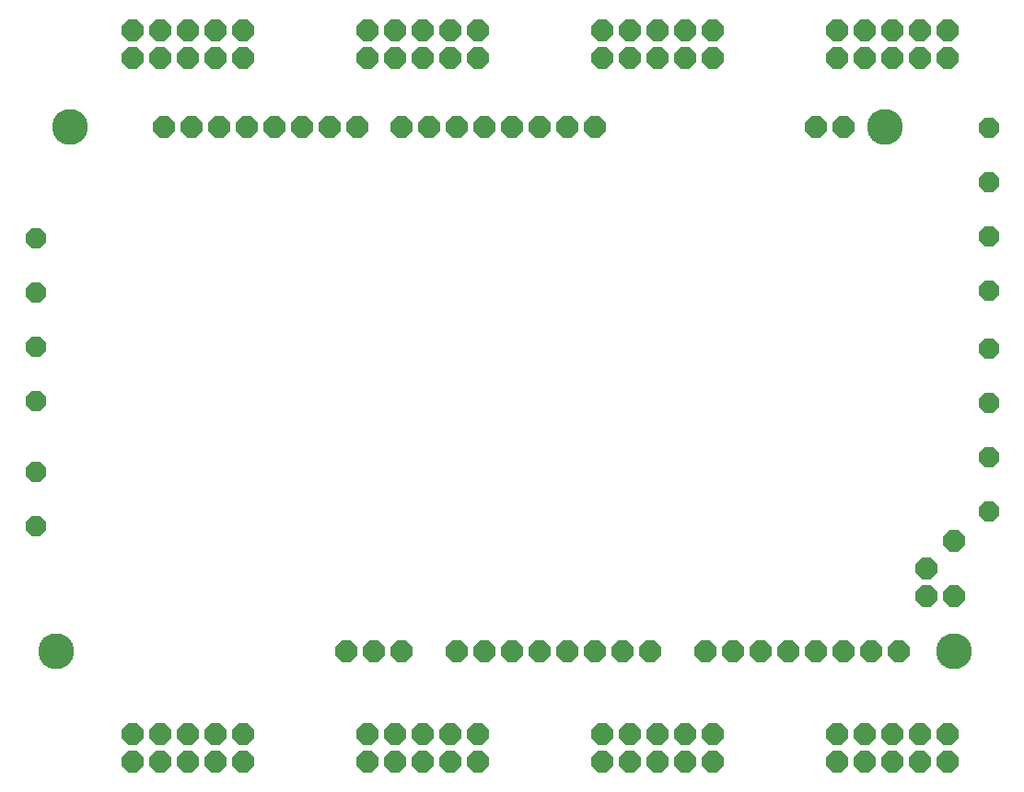
<source format=gbs>
G04 EAGLE Gerber X2 export*
%TF.Part,Single*%
%TF.FileFunction,Other,Bottom Soldermask*%
%TF.FilePolarity,Positive*%
%TF.GenerationSoftware,Autodesk,EAGLE,8.7.1*%
%TF.CreationDate,2018-04-05T20:24:52Z*%
G75*
%MOMM*%
%FSLAX34Y34*%
%LPD*%
%AMOC8*
5,1,8,0,0,1.08239X$1,22.5*%
G01*
%ADD10P,2.144431X8X112.500000*%
%ADD11C,3.301600*%
%ADD12P,2.048207X8X202.500000*%
%ADD13P,2.048207X8X22.500000*%
%ADD14P,2.144431X8X22.500000*%
%ADD15P,2.144431X8X202.500000*%


D10*
X704850Y139700D03*
X730250Y139700D03*
X755650Y139700D03*
X781050Y139700D03*
X806450Y139700D03*
X831850Y139700D03*
X857250Y139700D03*
X679450Y139700D03*
X781050Y622300D03*
X806450Y622300D03*
X476250Y139700D03*
X501650Y139700D03*
X527050Y139700D03*
X552450Y139700D03*
X577850Y139700D03*
X603250Y139700D03*
X628650Y139700D03*
X450850Y139700D03*
X425450Y622300D03*
X450850Y622300D03*
X476250Y622300D03*
X501650Y622300D03*
X527050Y622300D03*
X552450Y622300D03*
X577850Y622300D03*
X400050Y622300D03*
X207010Y622300D03*
X232410Y622300D03*
X257810Y622300D03*
X283210Y622300D03*
X308610Y622300D03*
X334010Y622300D03*
X359410Y622300D03*
X181610Y622300D03*
X882650Y215900D03*
X908050Y241300D03*
X882650Y190500D03*
X908050Y190500D03*
X349250Y139700D03*
X374650Y139700D03*
X400050Y139700D03*
D11*
X95250Y622300D03*
X82550Y139700D03*
X844550Y622300D03*
X908050Y139700D03*
D12*
X939800Y471100D03*
X939800Y521100D03*
X939800Y571100D03*
X939800Y621100D03*
X939800Y267900D03*
X939800Y317900D03*
X939800Y367900D03*
X939800Y417900D03*
D13*
X63500Y519500D03*
X63500Y469500D03*
X63500Y419500D03*
X63500Y369500D03*
D14*
X800100Y685800D03*
X800100Y711200D03*
X825500Y685800D03*
X825500Y711200D03*
X850900Y685800D03*
X850900Y711200D03*
X876300Y685800D03*
X876300Y711200D03*
X901700Y685800D03*
X901700Y711200D03*
D15*
X901700Y63500D03*
X901700Y38100D03*
X876300Y63500D03*
X876300Y38100D03*
X850900Y63500D03*
X850900Y38100D03*
X825500Y63500D03*
X825500Y38100D03*
X800100Y63500D03*
X800100Y38100D03*
D14*
X584200Y685800D03*
X584200Y711200D03*
X609600Y685800D03*
X609600Y711200D03*
X635000Y685800D03*
X635000Y711200D03*
X660400Y685800D03*
X660400Y711200D03*
X685800Y685800D03*
X685800Y711200D03*
D15*
X685800Y63500D03*
X685800Y38100D03*
X660400Y63500D03*
X660400Y38100D03*
X635000Y63500D03*
X635000Y38100D03*
X609600Y63500D03*
X609600Y38100D03*
X584200Y63500D03*
X584200Y38100D03*
D14*
X368300Y685800D03*
X368300Y711200D03*
X393700Y685800D03*
X393700Y711200D03*
X419100Y685800D03*
X419100Y711200D03*
X444500Y685800D03*
X444500Y711200D03*
X469900Y685800D03*
X469900Y711200D03*
D15*
X469900Y63500D03*
X469900Y38100D03*
X444500Y63500D03*
X444500Y38100D03*
X419100Y63500D03*
X419100Y38100D03*
X393700Y63500D03*
X393700Y38100D03*
X368300Y63500D03*
X368300Y38100D03*
D14*
X152400Y685800D03*
X152400Y711200D03*
X177800Y685800D03*
X177800Y711200D03*
X203200Y685800D03*
X203200Y711200D03*
X228600Y685800D03*
X228600Y711200D03*
X254000Y685800D03*
X254000Y711200D03*
D15*
X254000Y63500D03*
X254000Y38100D03*
X228600Y63500D03*
X228600Y38100D03*
X203200Y63500D03*
X203200Y38100D03*
X177800Y63500D03*
X177800Y38100D03*
X152400Y63500D03*
X152400Y38100D03*
D13*
X63500Y304400D03*
X63500Y254400D03*
M02*

</source>
